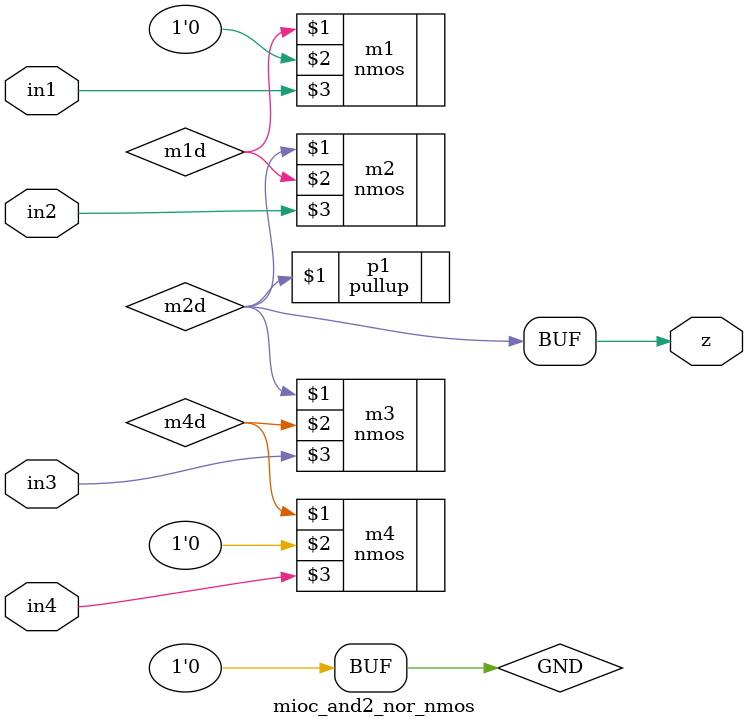
<source format=v>

module mioc_and2_nor_nmos(
    z,

    in1,            
    in2,            
    in3,            
    in4             
    );

   output z;

   input  in1;
   input  in2;
   input  in3;
   input  in4;

   supply0 GND;

   wire     m1d, m2d, m4d;   
   
   //nmos (drain,source,gate)

   // LEVEL 1
   pullup p1 (m2d);
   
   nmos   m1 (m1d,GND,in1);

   nmos   m2 (m2d,m1d,in2);

   nmos   m3 (m2d,m4d,in3);

   nmos   m4 (m4d,GND,in4);
   
   assign z = m2d;

endmodule

</source>
